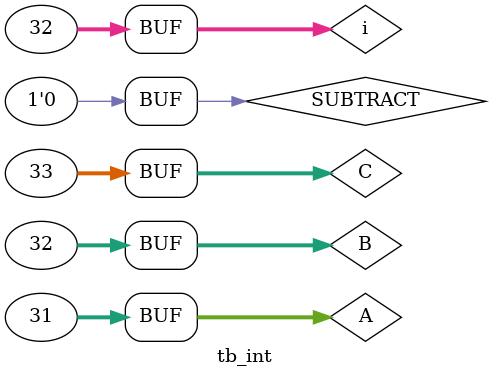
<source format=v>
`timescale 1ns / 1ps


module tb_int();

    reg [32-1:0] A;
    reg [32-1:0] B;
    reg [32-1:0] C;
    reg SUBTRACT;
    
    wire [32-1:0] P;
    wire [47:0] PCOUT;
    
    integer i;
    
    initial begin
        SUBTRACT <= 0;
        for(i = 0; i < 32; i = i+1) begin
            A= i;
            B= i+1;
            C= i+2;
            /*A = $urandom%(2**31);
            B = $urandom%(2**31);
            C = $urandom%(2**31);*/
            #20;
        end
     end
    
    xbip_multadd_0 UUT(
        .A(A),
        .B(B),
        .C(C),
        .SUBTRACT(SUBTRACT),
        .P(P),
        .PCOUT(PCOUT)
    );
    
   endmodule
</source>
